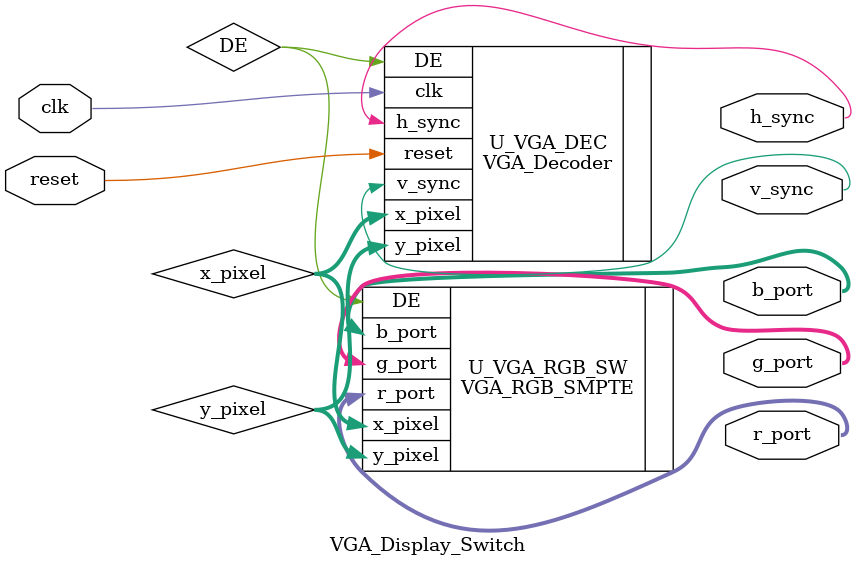
<source format=sv>
`timescale 1ps / 1ps

module VGA_Display_Switch (
    input  logic clk,
    input  logic reset,
    output logic h_sync,
    output logic v_sync,
    output logic [3:0] r_port,
    output logic [3:0] g_port,
    output logic [3:0] b_port
);

    logic DE;
    logic [9:0] x_pixel;
    logic [9:0] y_pixel;

    // VGA 타이밍 생성
    VGA_Decoder U_VGA_DEC (
        .clk(clk),
        .reset(reset),
        .h_sync(h_sync),
        .v_sync(v_sync),
        .x_pixel(x_pixel),
        .y_pixel(y_pixel),
        .DE(DE)
    );

    // SMPTE Color Bar 출력
    VGA_RGB_SMPTE U_VGA_RGB_SW (
        .DE(DE),
        .x_pixel(x_pixel),
        .y_pixel(y_pixel),
        .r_port(r_port),
        .g_port(g_port),
        .b_port(b_port)
    );

endmodule


</source>
